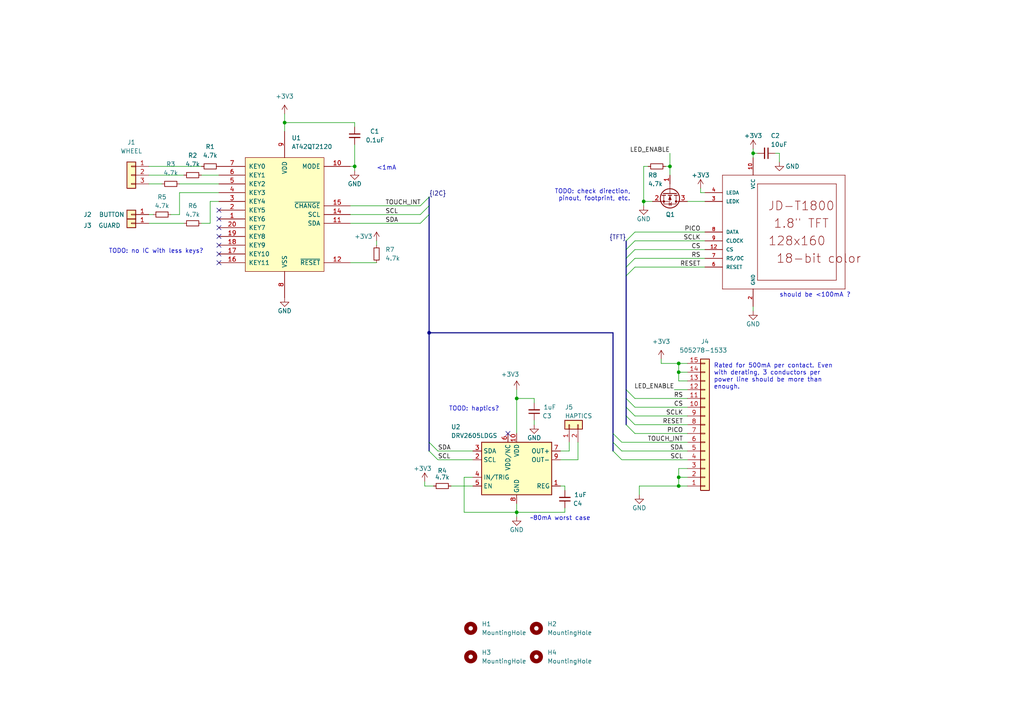
<source format=kicad_sch>
(kicad_sch (version 20230121) (generator eeschema)
  (paper "A4")
  (lib_symbols
    (symbol "Connector_Generic:Conn_01x01" (pin_names (offset 1.016) hide)
      (property "Reference" "J" (at 0 2.54 0))
      (property "Value" "Conn_01x01" (at 0 -2.54 0))
      (symbol "Conn_01x01_1_1"
        (rectangle (start -1.27 0.127) (end 0 -0.127) (stroke (width 0.1524)))
        (rectangle (start -1.27 1.27) (end 1.27 -1.27) (stroke (width 0.254)) (fill (type background)))
        (pin passive line (at -5.08 0 0) (length 3.81) (name "Pin_1") (number "1"))
      )
    )
    (symbol "Connector_Generic:Conn_01x02" (pin_names (offset 1.016) hide)
      (property "Reference" "J" (at 0 2.54 0))
      (property "Value" "Conn_01x02" (at 0 -5.08 0))
      (symbol "Conn_01x02_1_1"
        (rectangle (start -1.27 -2.413) (end 0 -2.667) (stroke (width 0.1524)))
        (rectangle (start -1.27 0.127) (end 0 -0.127) (stroke (width 0.1524)))
        (rectangle (start -1.27 1.27) (end 1.27 -3.81) (stroke (width 0.254)) (fill (type background)))
        (pin passive line (at -5.08 0 0) (length 3.81) (name "Pin_1") (number "1"))
        (pin passive line (at -5.08 -2.54 0) (length 3.81) (name "Pin_2") (number "2"))
      )
    )
    (symbol "Connector_Generic:Conn_01x03" (pin_names (offset 1.016) hide)
      (property "Reference" "J" (at 0 5.08 0))
      (property "Value" "Conn_01x03" (at 0 -5.08 0))
      (symbol "Conn_01x03_1_1"
        (rectangle (start -1.27 -2.413) (end 0 -2.667) (stroke (width 0.1524)))
        (rectangle (start -1.27 0.127) (end 0 -0.127) (stroke (width 0.1524)))
        (rectangle (start -1.27 2.667) (end 0 2.413) (stroke (width 0.1524)))
        (rectangle (start -1.27 3.81) (end 1.27 -3.81) (stroke (width 0.254)) (fill (type background)))
        (pin passive line (at -5.08 2.54 0) (length 3.81) (name "Pin_1") (number "1"))
        (pin passive line (at -5.08 0 0) (length 3.81) (name "Pin_2") (number "2"))
        (pin passive line (at -5.08 -2.54 0) (length 3.81) (name "Pin_3") (number "3"))
      )
    )
    (symbol "Connector_Generic:Conn_01x15" (pin_names (offset 1.016) hide)
      (property "Reference" "J" (at 0 20.32 0))
      (property "Value" "Conn_01x15" (at 0 -20.32 0))
      (symbol "Conn_01x15_1_1"
        (rectangle (start -1.27 -17.653) (end 0 -17.907) (stroke (width 0.1524)))
        (rectangle (start -1.27 -15.113) (end 0 -15.367) (stroke (width 0.1524)))
        (rectangle (start -1.27 -12.573) (end 0 -12.827) (stroke (width 0.1524)))
        (rectangle (start -1.27 -10.033) (end 0 -10.287) (stroke (width 0.1524)))
        (rectangle (start -1.27 -7.493) (end 0 -7.747) (stroke (width 0.1524)))
        (rectangle (start -1.27 -4.953) (end 0 -5.207) (stroke (width 0.1524)))
        (rectangle (start -1.27 -2.413) (end 0 -2.667) (stroke (width 0.1524)))
        (rectangle (start -1.27 0.127) (end 0 -0.127) (stroke (width 0.1524)))
        (rectangle (start -1.27 2.667) (end 0 2.413) (stroke (width 0.1524)))
        (rectangle (start -1.27 5.207) (end 0 4.953) (stroke (width 0.1524)))
        (rectangle (start -1.27 7.747) (end 0 7.493) (stroke (width 0.1524)))
        (rectangle (start -1.27 10.287) (end 0 10.033) (stroke (width 0.1524)))
        (rectangle (start -1.27 12.827) (end 0 12.573) (stroke (width 0.1524)))
        (rectangle (start -1.27 15.367) (end 0 15.113) (stroke (width 0.1524)))
        (rectangle (start -1.27 17.907) (end 0 17.653) (stroke (width 0.1524)))
        (rectangle (start -1.27 19.05) (end 1.27 -19.05) (stroke (width 0.254)) (fill (type background)))
        (pin passive line (at -5.08 17.78 0) (length 3.81) (name "Pin_1") (number "1"))
        (pin passive line (at -5.08 -5.08 0) (length 3.81) (name "Pin_10") (number "10"))
        (pin passive line (at -5.08 -7.62 0) (length 3.81) (name "Pin_11") (number "11"))
        (pin passive line (at -5.08 -10.16 0) (length 3.81) (name "Pin_12") (number "12"))
        (pin passive line (at -5.08 -12.7 0) (length 3.81) (name "Pin_13") (number "13"))
        (pin passive line (at -5.08 -15.24 0) (length 3.81) (name "Pin_14") (number "14"))
        (pin passive line (at -5.08 -17.78 0) (length 3.81) (name "Pin_15") (number "15"))
        (pin passive line (at -5.08 15.24 0) (length 3.81) (name "Pin_2") (number "2"))
        (pin passive line (at -5.08 12.7 0) (length 3.81) (name "Pin_3") (number "3"))
        (pin passive line (at -5.08 10.16 0) (length 3.81) (name "Pin_4") (number "4"))
        (pin passive line (at -5.08 7.62 0) (length 3.81) (name "Pin_5") (number "5"))
        (pin passive line (at -5.08 5.08 0) (length 3.81) (name "Pin_6") (number "6"))
        (pin passive line (at -5.08 2.54 0) (length 3.81) (name "Pin_7") (number "7"))
        (pin passive line (at -5.08 0 0) (length 3.81) (name "Pin_8") (number "8"))
        (pin passive line (at -5.08 -2.54 0) (length 3.81) (name "Pin_9") (number "9"))
      )
    )
    (symbol "Device:C_Small" (pin_numbers hide) (pin_names (offset 0.254) hide)
      (property "Reference" "C" (at 0.254 1.778 0))
      (property "Value" "C_Small" (at 0.254 -2.032 0))
      (symbol "C_Small_0_1"
        (polyline (pts (xy -1.524 -0.508) (xy 1.524 -0.508)) (stroke (width 0.3302)))
        (polyline (pts (xy -1.524 0.508) (xy 1.524 0.508)) (stroke (width 0.3048)))
      )
      (symbol "C_Small_1_1"
        (pin passive line (at 0 2.54 270) (length 2.032) (name "~") (number "1"))
        (pin passive line (at 0 -2.54 90) (length 2.032) (name "~") (number "2"))
      )
    )
    (symbol "Device:Q_NMOS_GSD" (pin_names (offset 0) hide)
      (property "Reference" "Q" (at 5.08 1.27 0))
      (property "Value" "Q_NMOS_GSD" (at 5.08 -1.27 0))
      (symbol "Q_NMOS_GSD_0_1"
        (polyline (pts (xy 0.254 0) (xy -2.54 0)))
        (polyline (pts (xy 0.254 1.905) (xy 0.254 -1.905)) (stroke (width 0.254)))
        (polyline (pts (xy 0.762 -1.27) (xy 0.762 -2.286)) (stroke (width 0.254)))
        (polyline (pts (xy 0.762 0.508) (xy 0.762 -0.508)) (stroke (width 0.254)))
        (polyline (pts (xy 0.762 2.286) (xy 0.762 1.27)) (stroke (width 0.254)))
        (polyline (pts (xy 2.54 2.54) (xy 2.54 1.778)))
        (polyline (pts (xy 2.54 -2.54) (xy 2.54 0) (xy 0.762 0)))
        (polyline (pts (xy 0.762 -1.778) (xy 3.302 -1.778) (xy 3.302 1.778) (xy 0.762 1.778)))
        (polyline (pts (xy 1.016 0) (xy 2.032 0.381) (xy 2.032 -0.381) (xy 1.016 0)) (fill (type outline)))
        (polyline (pts (xy 2.794 0.508) (xy 2.921 0.381) (xy 3.683 0.381) (xy 3.81 0.254)))
        (polyline (pts (xy 3.302 0.381) (xy 2.921 -0.254) (xy 3.683 -0.254) (xy 3.302 0.381)))
        (circle (center 1.651 0) (radius 2.794) (stroke (width 0.254)))
        (circle (center 2.54 -1.778) (radius 0.254) (fill (type outline)))
        (circle (center 2.54 1.778) (radius 0.254) (fill (type outline)))
      )
      (symbol "Q_NMOS_GSD_1_1"
        (pin input line (at -5.08 0 0) (length 2.54) (name "G") (number "1"))
        (pin passive line (at 2.54 -5.08 90) (length 2.54) (name "S") (number "2"))
        (pin passive line (at 2.54 5.08 270) (length 2.54) (name "D") (number "3"))
      )
    )
    (symbol "Device:R_Small" (pin_numbers hide) (pin_names (offset 0.254) hide)
      (property "Reference" "R" (at 0.762 0.508 0))
      (property "Value" "R_Small" (at 0.762 -1.016 0))
      (symbol "R_Small_0_1"
        (rectangle (start -0.762 1.778) (end 0.762 -1.778) (stroke (width 0.2032)))
      )
      (symbol "R_Small_1_1"
        (pin passive line (at 0 2.54 270) (length 0.762) (name "~") (number "1"))
        (pin passive line (at 0 -2.54 90) (length 0.762) (name "~") (number "2"))
      )
    )
    (symbol "Driver_Haptic:DRV2605LDGS"
      (property "Reference" "U" (at -10.16 8.255 0))
      (property "Value" "DRV2605LDGS" (at 2.54 -8.89 0))
      (symbol "DRV2605LDGS_0_1"
        (rectangle (start -10.16 7.62) (end 10.16 -7.62) (stroke (width 0.254)) (fill (type background)))
      )
      (symbol "DRV2605LDGS_1_1"
        (pin passive line (at 12.7 -5.08 180) (length 2.54) (name "REG") (number "1"))
        (pin power_in line (at 0 10.16 270) (length 2.54) (name "VDD") (number "10"))
        (pin input line (at -12.7 2.54 0) (length 2.54) (name "SCL") (number "2"))
        (pin bidirectional line (at -12.7 5.08 0) (length 2.54) (name "SDA") (number "3"))
        (pin input line (at -12.7 -2.54 0) (length 2.54) (name "IN/TRIG") (number "4"))
        (pin input line (at -12.7 -5.08 0) (length 2.54) (name "EN") (number "5"))
        (pin power_in line (at -2.54 10.16 270) (length 2.54) (name "VDD/NC") (number "6"))
        (pin output line (at 12.7 5.08 180) (length 2.54) (name "OUT+") (number "7"))
        (pin power_in line (at 0 -10.16 90) (length 2.54) (name "GND") (number "8"))
        (pin output line (at 12.7 2.54 180) (length 2.54) (name "OUT-") (number "9"))
      )
    )
    (symbol "Mechanical:MountingHole" (pin_names (offset 1.016))
      (property "Reference" "H" (at 0 5.08 0))
      (property "Value" "MountingHole" (at 0 3.175 0))
      (symbol "MountingHole_0_1"
        (circle (center 0 0) (radius 1.27) (stroke (width 1.27)))
      )
    )
    (symbol "faceplate-symbols:AT42QT2120" (pin_names (offset 1.016))
      (property "Reference" "U" (at 0 -2.54 0))
      (property "Value" "AT42QT2120" (at 0 2.54 0))
      (symbol "AT42QT2120_1_0"
        (rectangle (start -11.43 16.51) (end 11.43 -16.51) (fill (type background)))
      )
      (symbol "AT42QT2120_1_1"
        (pin bidirectional line (at -19.05 -1.27 0) (length 7.62) (name "KEY6") (number "1"))
        (pin input line (at 19.05 13.97 180) (length 7.62) (name "MODE") (number "10"))
        (pin tri_state line (at 19.05 -2.54 180) (length 7.62) (name "SDA") (number "11"))
        (pin input line (at 19.05 -13.97 180) (length 7.62) (name "~{RESET}") (number "12"))
        (pin no_connect line (at 7.62 -24.13 90) (length 7.62) hide (name "NC") (number "13"))
        (pin tri_state line (at 19.05 0 180) (length 7.62) (name "SCL") (number "14"))
        (pin tri_state line (at 19.05 2.54 180) (length 7.62) (name "~{CHANGE}") (number "15"))
        (pin bidirectional line (at -19.05 -13.97 0) (length 7.62) (name "KEY11") (number "16"))
        (pin bidirectional line (at -19.05 -11.43 0) (length 7.62) (name "KEY10") (number "17"))
        (pin bidirectional line (at -19.05 -8.89 0) (length 7.62) (name "KEY9") (number "18"))
        (pin bidirectional line (at -19.05 -6.35 0) (length 7.62) (name "KEY8") (number "19"))
        (pin bidirectional line (at -19.05 1.27 0) (length 7.62) (name "KEY5") (number "2"))
        (pin bidirectional line (at -19.05 -3.81 0) (length 7.62) (name "KEY7") (number "20"))
        (pin bidirectional line (at -19.05 3.81 0) (length 7.62) (name "KEY4") (number "3"))
        (pin bidirectional line (at -19.05 6.35 0) (length 7.62) (name "KEY3") (number "4"))
        (pin bidirectional line (at -19.05 8.89 0) (length 7.62) (name "KEY2") (number "5"))
        (pin bidirectional line (at -19.05 11.43 0) (length 7.62) (name "KEY1") (number "6"))
        (pin bidirectional line (at -19.05 13.97 0) (length 7.62) (name "KEY0") (number "7"))
        (pin power_in line (at 0 -24.13 90) (length 7.62) (name "VSS") (number "8"))
        (pin power_in line (at 0 24.13 270) (length 7.62) (name "VDD") (number "9"))
      )
    )
    (symbol "faceplate-symbols:JD-T1800" (pin_names (offset 1.016))
      (symbol "JD-T1800_1_0"
        (polyline (pts (xy -17.78 -15.24) (xy -17.78 17.78)))
        (polyline (pts (xy -17.78 17.78) (xy 17.78 17.78)))
        (polyline (pts (xy -7.62 -12.7) (xy -7.62 15.24)))
        (polyline (pts (xy -7.62 15.24) (xy 15.24 15.24)))
        (polyline (pts (xy 15.24 -12.7) (xy -7.62 -12.7)))
        (polyline (pts (xy 15.24 15.24) (xy 15.24 -12.7)))
        (polyline (pts (xy 17.78 -15.24) (xy -17.78 -15.24)))
        (polyline (pts (xy 17.78 17.78) (xy 17.78 -15.24)))
        (text "1.8\" TFT" (at 5.08 3.81 0) (effects (font (size 2.54 2.54))))
        (text "128x160" (at 3.81 -1.27 0) (effects (font (size 2.54 2.54))))
        (text "18-bit color" (at 10.16 -6.35 0) (effects (font (size 2.54 2.54))))
        (text "JD-T1800" (at 5.08 8.89 0) (effects (font (size 2.54 2.54))))
      )
      (symbol "JD-T1800_1_1"
        (pin power_in line (at -8.89 22.86 270) (length 5.08) (name "VCC") (number "10"))
        (pin power_in line (at -8.89 22.86 270) (length 5.08) hide (name "VCC2") (number "11"))
        (pin input line (at -22.86 -3.81 0) (length 5.08) (name "CS") (number "12"))
        (pin power_in line (at -8.89 -20.32 90) (length 5.08) hide (name "GND2") (number "13"))
        (pin power_in line (at -8.89 -20.32 90) (length 5.08) (name "GND") (number "2"))
        (pin input line (at -22.86 10.16 0) (length 5.08) (name "LEDK") (number "3"))
        (pin input line (at -22.86 12.7 0) (length 5.08) (name "LEDA") (number "4"))
        (pin power_in line (at -8.89 -20.32 90) (length 5.08) hide (name "GND1") (number "5"))
        (pin input line (at -22.86 -8.89 0) (length 5.08) (name "RESET") (number "6"))
        (pin input line (at -22.86 -6.35 0) (length 5.08) (name "RS/DC") (number "7"))
        (pin bidirectional line (at -22.86 1.27 0) (length 5.08) (name "DATA") (number "8"))
        (pin input line (at -22.86 -1.27 0) (length 5.08) (name "CLOCK") (number "9"))
      )
    )
    (symbol "power:+3V3" (power) (pin_names (offset 0))
      (property "Value" "+3V3" (at 0 3.556 0))
      (symbol "+3V3_0_1"
        (polyline (pts (xy -0.762 1.27) (xy 0 2.54)))
        (polyline (pts (xy 0 0) (xy 0 2.54)))
        (polyline (pts (xy 0 2.54) (xy 0.762 1.27)))
      )
      (symbol "+3V3_1_1"
        (pin power_in line (at 0 0 90) (length 0) hide (name "+3V3") (number "1"))
      )
    )
    (symbol "power:GND" (power) (pin_names (offset 0))
      (property "Value" "GND" (at 0 -3.81 0))
      (symbol "GND_0_1"
        (polyline (pts (xy 0 0) (xy 0 -1.27) (xy 1.27 -1.27) (xy 0 -2.54) (xy -1.27 -1.27) (xy 0 -1.27)))
      )
      (symbol "GND_1_1"
        (pin power_in line (at 0 0 270) (length 0) hide (name "GND") (number "1"))
      )
    )
  )
  (bus_alias "I2C" (members "SDA" "SCL" "TOUCH_INT"))
  (bus_alias "TFT" (members "PICO" "SCLK" "CS" "RESET" "RS"))
  (junction (at 82.55 35.56))
  (junction (at 196.85 138.43))
  (junction (at 149.86 148.59))
  (junction (at 186.69 58.42))
  (junction (at 149.86 115.57))
  (junction (at 196.85 140.97))
  (junction (at 124.46 96.52))
  (junction (at 194.31 48.26))
  (junction (at 218.44 44.45))
  (junction (at 196.85 107.95))
  (junction (at 196.85 105.41))
  (junction (at 102.87 48.26))
  (no_connect (at 147.32 125.73))
  (no_connect (at 63.5 60.96))
  (no_connect (at 63.5 63.5))
  (no_connect (at 63.5 66.04))
  (no_connect (at 63.5 68.58))
  (no_connect (at 63.5 71.12))
  (no_connect (at 63.5 73.66))
  (no_connect (at 63.5 76.2))
  (bus_entry (at 181.61 69.85) (size 2.54 -2.54))
  (bus_entry (at 124.46 57.15) (size -2.54 2.54))
  (bus_entry (at 181.61 123.19) (size 2.54 2.54))
  (bus_entry (at 181.61 115.57) (size 2.54 2.54))
  (bus_entry (at 177.8 130.81) (size 2.54 2.54))
  (bus_entry (at 181.61 113.03) (size 2.54 2.54))
  (bus_entry (at 181.61 120.65) (size 2.54 2.54))
  (bus_entry (at 181.61 118.11) (size 2.54 2.54))
  (bus_entry (at 181.61 80.01) (size 2.54 -2.54))
  (bus_entry (at 181.61 77.47) (size 2.54 -2.54))
  (bus_entry (at 124.46 62.23) (size -2.54 2.54))
  (bus_entry (at 124.46 59.69) (size -2.54 2.54))
  (bus_entry (at 124.46 128.27) (size 2.54 2.54))
  (bus_entry (at 177.8 125.73) (size 2.54 2.54))
  (bus_entry (at 181.61 74.93) (size 2.54 -2.54))
  (bus_entry (at 124.46 130.81) (size 2.54 2.54))
  (bus_entry (at 181.61 72.39) (size 2.54 -2.54))
  (bus_entry (at 177.8 128.27) (size 2.54 2.54))
  (wire (pts (xy 196.85 105.41) (xy 199.39 105.41)))
  (bus (pts (xy 124.46 62.23) (xy 124.46 96.52)))
  (bus (pts (xy 124.46 96.52) (xy 124.46 128.27)))
  (bus (pts (xy 124.46 57.15) (xy 124.46 59.69)))
  (wire (pts (xy 102.87 48.26) (xy 102.87 49.53)))
  (wire (pts (xy 127 130.81) (xy 137.16 130.81)))
  (wire (pts (xy 165.1 128.27) (xy 165.1 130.81)))
  (wire (pts (xy 63.5 55.88) (xy 52.07 55.88)))
  (wire (pts (xy 162.56 140.97) (xy 163.83 140.97)))
  (wire (pts (xy 149.86 115.57) (xy 154.94 115.57)))
  (wire (pts (xy 149.86 113.03) (xy 149.86 115.57)))
  (wire (pts (xy 184.15 115.57) (xy 199.39 115.57)))
  (wire (pts (xy 180.34 128.27) (xy 199.39 128.27)))
  (wire (pts (xy 191.77 104.14) (xy 191.77 105.41)))
  (wire (pts (xy 82.55 35.56) (xy 102.87 35.56)))
  (wire (pts (xy 154.94 115.57) (xy 154.94 116.84)))
  (wire (pts (xy 199.39 110.49) (xy 196.85 110.49)))
  (wire (pts (xy 134.62 138.43) (xy 134.62 148.59)))
  (wire (pts (xy 130.81 140.97) (xy 137.16 140.97)))
  (wire (pts (xy 102.87 36.83) (xy 102.87 35.56)))
  (wire (pts (xy 63.5 58.42) (xy 60.96 58.42)))
  (wire (pts (xy 123.19 140.97) (xy 125.73 140.97)))
  (wire (pts (xy 218.44 44.45) (xy 219.71 44.45)))
  (bus (pts (xy 181.61 72.39) (xy 181.61 74.93)))
  (wire (pts (xy 184.15 74.93) (xy 204.47 74.93)))
  (wire (pts (xy 186.69 59.69) (xy 186.69 58.42)))
  (wire (pts (xy 203.2 54.61) (xy 203.2 55.88)))
  (bus (pts (xy 181.61 77.47) (xy 181.61 80.01)))
  (wire (pts (xy 167.64 128.27) (xy 167.64 133.35)))
  (wire (pts (xy 101.6 48.26) (xy 102.87 48.26)))
  (wire (pts (xy 186.69 48.26) (xy 186.69 58.42)))
  (wire (pts (xy 180.34 130.81) (xy 199.39 130.81)))
  (wire (pts (xy 184.15 118.11) (xy 199.39 118.11)))
  (bus (pts (xy 124.46 96.52) (xy 177.8 96.52)))
  (wire (pts (xy 196.85 135.89) (xy 196.85 138.43)))
  (wire (pts (xy 199.39 58.42) (xy 204.47 58.42)))
  (wire (pts (xy 127 133.35) (xy 137.16 133.35)))
  (wire (pts (xy 58.42 50.8) (xy 63.5 50.8)))
  (wire (pts (xy 187.96 48.26) (xy 186.69 48.26)))
  (wire (pts (xy 163.83 148.59) (xy 163.83 147.32)))
  (wire (pts (xy 149.86 148.59) (xy 149.86 149.86)))
  (bus (pts (xy 181.61 69.85) (xy 181.61 72.39)))
  (wire (pts (xy 184.15 125.73) (xy 199.39 125.73)))
  (wire (pts (xy 226.06 44.45) (xy 226.06 46.99)))
  (wire (pts (xy 134.62 148.59) (xy 149.86 148.59)))
  (wire (pts (xy 218.44 90.17) (xy 218.44 88.9)))
  (wire (pts (xy 101.6 62.23) (xy 121.92 62.23)))
  (wire (pts (xy 43.18 50.8) (xy 53.34 50.8)))
  (bus (pts (xy 181.61 80.01) (xy 181.61 113.03)))
  (wire (pts (xy 180.34 133.35) (xy 199.39 133.35)))
  (bus (pts (xy 124.46 128.27) (xy 124.46 130.81)))
  (wire (pts (xy 199.39 135.89) (xy 196.85 135.89)))
  (wire (pts (xy 184.15 120.65) (xy 199.39 120.65)))
  (bus (pts (xy 181.61 118.11) (xy 181.61 120.65)))
  (wire (pts (xy 165.1 130.81) (xy 162.56 130.81)))
  (wire (pts (xy 224.79 44.45) (xy 226.06 44.45)))
  (bus (pts (xy 177.8 128.27) (xy 177.8 130.81)))
  (wire (pts (xy 52.07 53.34) (xy 63.5 53.34)))
  (wire (pts (xy 102.87 41.91) (xy 102.87 48.26)))
  (bus (pts (xy 181.61 115.57) (xy 181.61 118.11)))
  (wire (pts (xy 43.18 64.77) (xy 53.34 64.77)))
  (bus (pts (xy 181.61 74.93) (xy 181.61 77.47)))
  (wire (pts (xy 203.2 55.88) (xy 204.47 55.88)))
  (wire (pts (xy 196.85 110.49) (xy 196.85 107.95)))
  (wire (pts (xy 193.04 48.26) (xy 194.31 48.26)))
  (wire (pts (xy 163.83 140.97) (xy 163.83 142.24)))
  (wire (pts (xy 196.85 140.97) (xy 199.39 140.97)))
  (wire (pts (xy 154.94 123.19) (xy 154.94 121.92)))
  (wire (pts (xy 82.55 35.56) (xy 82.55 38.1)))
  (wire (pts (xy 185.42 143.51) (xy 185.42 140.97)))
  (wire (pts (xy 184.15 67.31) (xy 204.47 67.31)))
  (wire (pts (xy 191.77 105.41) (xy 196.85 105.41)))
  (wire (pts (xy 101.6 64.77) (xy 121.92 64.77)))
  (wire (pts (xy 194.31 48.26) (xy 194.31 50.8)))
  (wire (pts (xy 137.16 138.43) (xy 134.62 138.43)))
  (bus (pts (xy 124.46 59.69) (xy 124.46 62.23)))
  (wire (pts (xy 149.86 115.57) (xy 149.86 125.73)))
  (wire (pts (xy 167.64 133.35) (xy 162.56 133.35)))
  (wire (pts (xy 196.85 107.95) (xy 196.85 105.41)))
  (wire (pts (xy 52.07 62.23) (xy 49.53 62.23)))
  (wire (pts (xy 196.85 138.43) (xy 196.85 140.97)))
  (wire (pts (xy 184.15 123.19) (xy 199.39 123.19)))
  (bus (pts (xy 181.61 113.03) (xy 181.61 115.57)))
  (wire (pts (xy 194.31 44.45) (xy 194.31 48.26)))
  (wire (pts (xy 101.6 59.69) (xy 121.92 59.69)))
  (wire (pts (xy 184.15 69.85) (xy 204.47 69.85)))
  (bus (pts (xy 177.8 125.73) (xy 177.8 128.27)))
  (wire (pts (xy 52.07 55.88) (xy 52.07 62.23)))
  (wire (pts (xy 218.44 44.45) (xy 218.44 45.72)))
  (wire (pts (xy 149.86 146.05) (xy 149.86 148.59)))
  (wire (pts (xy 82.55 33.02) (xy 82.55 35.56)))
  (wire (pts (xy 195.58 113.03) (xy 199.39 113.03)))
  (wire (pts (xy 43.18 53.34) (xy 46.99 53.34)))
  (bus (pts (xy 177.8 96.52) (xy 177.8 125.73)))
  (wire (pts (xy 109.22 76.2) (xy 101.6 76.2)))
  (wire (pts (xy 184.15 77.47) (xy 204.47 77.47)))
  (wire (pts (xy 184.15 72.39) (xy 204.47 72.39)))
  (wire (pts (xy 123.19 139.7) (xy 123.19 140.97)))
  (bus (pts (xy 181.61 120.65) (xy 181.61 123.19)))
  (wire (pts (xy 199.39 107.95) (xy 196.85 107.95)))
  (wire (pts (xy 199.39 138.43) (xy 196.85 138.43)))
  (wire (pts (xy 60.96 64.77) (xy 58.42 64.77)))
  (wire (pts (xy 60.96 58.42) (xy 60.96 64.77)))
  (wire (pts (xy 109.22 71.12) (xy 109.22 69.85)))
  (wire (pts (xy 186.69 58.42) (xy 189.23 58.42)))
  (wire (pts (xy 163.83 148.59) (xy 149.86 148.59)))
  (wire (pts (xy 185.42 140.97) (xy 196.85 140.97)))
  (wire (pts (xy 43.18 62.23) (xy 44.45 62.23)))
  (wire (pts (xy 43.18 48.26) (xy 58.42 48.26)))
  (wire (pts (xy 218.44 43.18) (xy 218.44 44.45)))
  (text "TOOD: haptics?" (at 130.175 119.38 0) (effects (font (size 1.27 1.27)) (justify left bottom)))
  (text "TODO: no IC with less keys?" (at 59.055 73.66 0) (effects (font (size 1.27 1.27)) (justify right bottom)))
  (text "TODO: check direction,\npinout, footprint, etc." (at 182.88 58.42 0) (effects (font (size 1.27 1.27)) (justify right bottom)))
  (text "should be <100mA ?" (at 226.06 86.36 0) (effects (font (size 1.27 1.27)) (justify left bottom)))
  (text "~80mA worst case" (at 153.67 151.13 0) (effects (font (size 1.27 1.27)) (justify left bottom)))
  (text "Rated for 500mA per contact. Even\nwith derating, 3 conductors per\npower line should be more than\nenough." (at 207.01 113.03 0) (effects (font (size 1.27 1.27)) (justify left bottom)))
  (text "<1mA" (at 109.22 49.53 0) (effects (font (size 1.27 1.27)) (justify left bottom)))
  (label "RESET" (at 198.12 123.19 180))
  (label "SCLK" (at 198.12 120.65 180))
  (label "TOUCH_INT" (at 111.76 59.69 0))
  (label "RESET" (at 203.2 77.47 180))
  (label "CS" (at 198.12 118.11 180))
  (label "SCL" (at 127 133.35 0))
  (label "SDA" (at 111.76 64.77 0))
  (label "SCL" (at 111.76 62.23 0))
  (label "SCL" (at 198.12 133.35 180))
  (label "SDA" (at 198.12 130.81 180))
  (label "PICO" (at 198.12 125.73 180))
  (label "CS" (at 203.2 72.39 180))
  (label "{TFT}" (at 181.61 69.85 180))
  (label "LED_ENABLE" (at 195.58 113.03 180))
  (label "TOUCH_INT" (at 198.12 128.27 180))
  (label "RS" (at 203.2 74.93 180))
  (label "RS" (at 198.12 115.57 180))
  (label "LED_ENABLE" (at 194.31 44.45 180))
  (label "{I2C}" (at 124.46 57.15 0))
  (label "SDA" (at 127 130.81 0))
  (label "PICO" (at 203.2 67.31 180))
  (label "SCLK" (at 203.2 69.85 180))
  (symbol (lib_id "power:GND") (at 149.86 149.86 0) (unit 1)
    (property "Reference" "#PWR0108" (effects hide))
    (property "Value" "GND" (at 149.86 153.67 0))
  )
  (symbol (lib_id "power:GND") (at 102.87 49.53 0) (unit 1)
    (property "Reference" "#PWR02" (effects hide))
    (property "Value" "GND" (at 102.87 53.34 0))
  )
  (symbol (lib_id "power:+3V3") (at 82.55 33.02 0) (unit 1)
    (property "Reference" "#PWR01" (effects hide))
    (property "Value" "+3V3" (at 82.55 27.94 0))
  )
  (symbol (lib_id "Driver_Haptic:DRV2605LDGS") (at 149.86 135.89 0) (unit 1)
    (property "Reference" "U2" (at 130.81 123.825 0) (effects (justify left)))
    (property "Value" "DRV2605LDGS" (at 130.81 126.365 0) (effects (justify left)))
    (property "Footprint" "Package_SO:VSSOP-10_3x3mm_P0.5mm" (effects hide))
    (property "Datasheet" "http://www.ti.com/lit/ds/symlink/drv2605l.pdf" (effects hide))
    (property "MPN" "DRV2605LDGST" (effects hide))
  )
  (symbol (lib_id "power:GND") (at 226.06 46.99 0) (unit 1)
    (property "Reference" "#PWR07" (effects hide))
    (property "Value" "GND" (at 229.87 48.26 0))
  )
  (symbol (lib_id "Device:R_Small") (at 49.53 53.34 90) (unit 1)
    (property "Reference" "R3" (at 49.53 47.625 90))
    (property "Value" "4.7k" (at 49.53 50.165 90))
    (property "Footprint" "Resistor_SMD:R_0402_1005Metric" (effects hide))
    (property "MPN" "CRCW04024K70FKEDC" (effects hide))
  )
  (symbol (lib_id "Device:R_Small") (at 55.88 64.77 90) (unit 1)
    (property "Reference" "R6" (at 55.88 59.69 90))
    (property "Value" "4.7k" (at 55.88 62.23 90))
    (property "Footprint" "Resistor_SMD:R_0402_1005Metric" (effects hide))
    (property "MPN" "CRCW04024K70FKEDC" (effects hide))
  )
  (symbol (lib_id "Mechanical:MountingHole") (at 155.575 190.5 0) (unit 1)
    (property "Reference" "H4" (at 158.75 189.2299 0) (effects (justify left)))
    (property "Value" "MountingHole" (at 158.75 191.7699 0) (effects (justify left)))
    (property "Footprint" "MountingHole:MountingHole_2.2mm_M2" (effects hide))
  )
  (symbol (lib_id "Mechanical:MountingHole") (at 136.525 190.5 0) (unit 1)
    (property "Reference" "H3" (at 139.7 189.2299 0) (effects (justify left)))
    (property "Value" "MountingHole" (at 139.7 191.7699 0) (effects (justify left)))
    (property "Footprint" "MountingHole:MountingHole_2.2mm_M2" (effects hide))
  )
  (symbol (lib_id "Connector_Generic:Conn_01x03") (at 38.1 50.8 0) (mirror y) (unit 1)
    (property "Reference" "J1" (at 38.1 41.275 0))
    (property "Value" "WHEEL" (at 38.1 43.815 0))
    (property "Footprint" "faceplate-footprints:qtouch-wheel" (effects hide))
  )
  (symbol (lib_id "power:GND") (at 185.42 143.51 0) (unit 1)
    (property "Reference" "#PWR0102" (effects hide))
    (property "Value" "GND" (at 185.42 147.32 0))
  )
  (symbol (lib_id "Device:C_Small") (at 154.94 119.38 180) (unit 1)
    (property "Reference" "C3" (at 160.02 120.65 0) (effects (justify left)))
    (property "Value" "1uF" (at 161.29 118.11 0) (effects (justify left)))
    (property "Footprint" "Capacitor_SMD:C_0805_2012Metric" (effects hide))
    (property "MPN" "EMK212BJ105KG-T" (effects hide))
  )
  (symbol (lib_id "power:GND") (at 186.69 59.69 0) (unit 1)
    (property "Reference" "#PWR09" (effects hide))
    (property "Value" "GND" (at 186.69 63.5 0))
  )
  (symbol (lib_id "Device:C_Small") (at 222.25 44.45 270) (mirror x) (unit 1)
    (property "Reference" "C2" (at 223.52 39.37 90) (effects (justify left)))
    (property "Value" "10uF" (at 223.52 41.91 90) (effects (justify left)))
    (property "Footprint" "Capacitor_SMD:C_0805_2012Metric" (effects hide))
    (property "MPN" "EMK212ABJ106KG-T" (effects hide))
  )
  (symbol (lib_id "Device:R_Small") (at 128.27 140.97 90) (unit 1)
    (property "Reference" "R4" (at 128.27 136.525 90))
    (property "Value" "4.7k" (at 128.27 138.43 90))
    (property "Footprint" "Resistor_SMD:R_0402_1005Metric" (effects hide))
    (property "MPN" "CRCW04024K70FKEDC" (effects hide))
  )
  (symbol (lib_id "power:GND") (at 154.94 123.19 0) (unit 1)
    (property "Reference" "#PWR0106" (effects hide))
    (property "Value" "GND" (at 154.94 127 0))
  )
  (symbol (lib_id "Device:R_Small") (at 190.5 48.26 270) (unit 1)
    (property "Reference" "R8" (at 187.96 50.8 90) (effects (justify left)))
    (property "Value" "4.7k" (at 187.96 53.34 90) (effects (justify left)))
    (property "Footprint" "Resistor_SMD:R_0402_1005Metric" (effects hide))
    (property "MPN" "CRCW04024K70FKEDC" (effects hide))
  )
  (symbol (lib_id "power:+3V3") (at 203.2 54.61 0) (unit 1)
    (property "Reference" "#PWR08" (effects hide))
    (property "Value" "+3V3" (at 203.2 50.8 0))
  )
  (symbol (lib_id "Connector_Generic:Conn_01x01") (at 38.1 64.77 180) (unit 1)
    (property "Reference" "J3" (at 25.4 65.405 0))
    (property "Value" "GUARD" (at 31.75 65.405 0))
    (property "Footprint" "faceplate-footprints:qtouch-guard" (effects hide))
  )
  (symbol (lib_id "Device:Q_NMOS_GSD") (at 194.31 55.88 270) (unit 1)
    (property "Reference" "Q1" (at 193.04 62.23 90) (effects (justify left)))
    (property "Value" "PJC138K" (effects hide))
    (property "Footprint" "Package_TO_SOT_SMD:SOT-323_SC-70" (effects hide))
    (property "MPN" "PJC138K_R1_00001" (effects hide))
  )
  (symbol (lib_id "power:GND") (at 82.55 86.36 0) (unit 1)
    (property "Reference" "#PWR05" (effects hide))
    (property "Value" "GND" (at 82.55 90.17 0))
  )
  (symbol (lib_id "power:GND") (at 218.44 90.17 0) (unit 1)
    (property "Reference" "#PWR06" (effects hide))
    (property "Value" "GND" (at 218.44 93.98 0))
  )
  (symbol (lib_id "Device:C_Small") (at 102.87 39.37 0) (unit 1)
    (property "Reference" "C1" (at 107.315 38.1 0) (effects (justify left)))
    (property "Value" "0.1uF" (at 106.045 40.64 0) (effects (justify left)))
    (property "Footprint" "Capacitor_SMD:C_0805_2012Metric" (effects hide))
    (property "MPN" "0805YD104KAT2A" (effects hide))
  )
  (symbol (lib_id "power:+3V3") (at 123.19 139.7 0) (unit 1)
    (property "Reference" "#PWR0107" (effects hide))
    (property "Value" "+3V3" (at 122.555 135.89 0))
  )
  (symbol (lib_id "power:+3V3") (at 218.44 43.18 0) (unit 1)
    (property "Reference" "#PWR03" (effects hide))
    (property "Value" "+3V3" (at 218.44 39.37 0))
  )
  (symbol (lib_id "Device:R_Small") (at 46.99 62.23 90) (unit 1)
    (property "Reference" "R5" (at 46.99 57.15 90))
    (property "Value" "4.7k" (at 46.99 59.69 90))
    (property "Footprint" "Resistor_SMD:R_0402_1005Metric" (effects hide))
    (property "MPN" "CRCW04024K70FKEDC" (effects hide))
  )
  (symbol (lib_id "Device:C_Small") (at 163.83 144.78 180) (unit 1)
    (property "Reference" "C4" (at 168.91 146.05 0) (effects (justify left)))
    (property "Value" "1uF" (at 170.18 143.51 0) (effects (justify left)))
    (property "Footprint" "Capacitor_SMD:C_0805_2012Metric" (effects hide))
    (property "MPN" "EMK212BJ105KG-T" (effects hide))
  )
  (symbol (lib_id "Connector_Generic:Conn_01x01") (at 38.1 62.23 180) (unit 1)
    (property "Reference" "J2" (at 25.4 62.23 0))
    (property "Value" "BUTTON" (at 32.385 62.23 0))
    (property "Footprint" "faceplate-footprints:qtouch-button" (effects hide))
  )
  (symbol (lib_id "power:+3V3") (at 149.86 113.03 0) (unit 1)
    (property "Reference" "#PWR0109" (effects hide))
    (property "Value" "+3V3" (at 147.955 108.585 0))
  )
  (symbol (lib_id "Device:R_Small") (at 60.96 48.26 90) (unit 1)
    (property "Reference" "R1" (at 60.96 42.545 90))
    (property "Value" "4.7k" (at 60.96 45.085 90))
    (property "Footprint" "Resistor_SMD:R_0402_1005Metric" (effects hide))
    (property "MPN" "CRCW04024K70FKEDC" (effects hide))
  )
  (symbol (lib_id "Mechanical:MountingHole") (at 136.525 182.245 0) (unit 1)
    (property "Reference" "H1" (at 139.7 180.9749 0) (effects (justify left)))
    (property "Value" "MountingHole" (at 139.7 183.5149 0) (effects (justify left)))
    (property "Footprint" "MountingHole:MountingHole_2.2mm_M2" (effects hide))
  )
  (symbol (lib_id "Device:R_Small") (at 55.88 50.8 90) (unit 1)
    (property "Reference" "R2" (at 55.88 45.085 90))
    (property "Value" "4.7k" (at 55.88 47.625 90))
    (property "Footprint" "Resistor_SMD:R_0402_1005Metric" (effects hide))
    (property "MPN" "CRCW04024K70FKEDC" (effects hide))
  )
  (symbol (lib_id "Mechanical:MountingHole") (at 155.575 182.245 0) (unit 1)
    (property "Reference" "H2" (at 158.75 180.9749 0) (effects (justify left)))
    (property "Value" "MountingHole" (at 158.75 183.5149 0) (effects (justify left)))
    (property "Footprint" "MountingHole:MountingHole_2.2mm_M2" (effects hide))
  )
  (symbol (lib_id "power:+3V3") (at 191.77 104.14 0) (unit 1)
    (property "Reference" "#PWR0101" (effects hide))
    (property "Value" "+3V3" (at 191.77 99.06 0))
  )
  (symbol (lib_id "power:+3V3") (at 109.22 69.85 0) (unit 1)
    (property "Reference" "#PWR04" (effects hide))
    (property "Value" "+3V3" (at 105.41 68.58 0))
  )
  (symbol (lib_id "faceplate-symbols:AT42QT2120") (at 82.55 62.23 0) (unit 1)
    (property "Reference" "U1" (at 84.5694 40.005 0) (effects (justify left)))
    (property "Value" "AT42QT2120" (at 84.5694 42.545 0) (effects (justify left)))
    (property "Footprint" "Package_DFN_QFN:VQFN-20-1EP_3x3mm_P0.45mm_EP1.55x1.55mm" (effects hide))
    (property "Datasheet" "DOCUMENTATION" (effects hide))
    (property "MPN" "AT42QT2120-MMH" (effects hide))
  )
  (symbol (lib_id "faceplate-symbols:JD-T1800") (at 227.33 68.58 0) (unit 1)
    (property "Reference" "LCD1" (effects hide))
    (property "Value" "JD-T1800" (effects hide))
    (property "Footprint" "faceplate-footprints:JD-T1800" (effects hide))
  )
  (symbol (lib_id "Connector_Generic:Conn_01x15") (at 204.47 123.19 0) (mirror x) (unit 1)
    (property "Reference" "J4" (at 204.47 99.06 0))
    (property "Value" "505278-1533 " (at 204.47 101.6 0))
    (property "Footprint" "faceplate-footprints:molex_5052781533" (effects hide))
    (property "MPN" "505278-1533 " (effects hide))
  )
  (symbol (lib_id "Device:R_Small") (at 109.22 73.66 0) (unit 1)
    (property "Reference" "R7" (at 111.76 72.3899 0) (effects (justify left)))
    (property "Value" "4.7k" (at 111.76 74.9299 0) (effects (justify left)))
    (property "Footprint" "Resistor_SMD:R_0402_1005Metric" (effects hide))
    (property "MPN" "CRCW04024K70FKEDC" (effects hide))
  )
  (symbol (lib_id "Connector_Generic:Conn_01x02") (at 165.1 123.19 90) (unit 1)
    (property "Reference" "J5" (at 163.83 118.11 90) (effects (justify right)))
    (property "Value" "HAPTICS" (at 163.83 120.65 90) (effects (justify right)))
    (property "Footprint" "Connector_PinHeader_2.00mm:PinHeader_1x02_P2.00mm_Vertical" (effects hide))
  )
)
</source>
